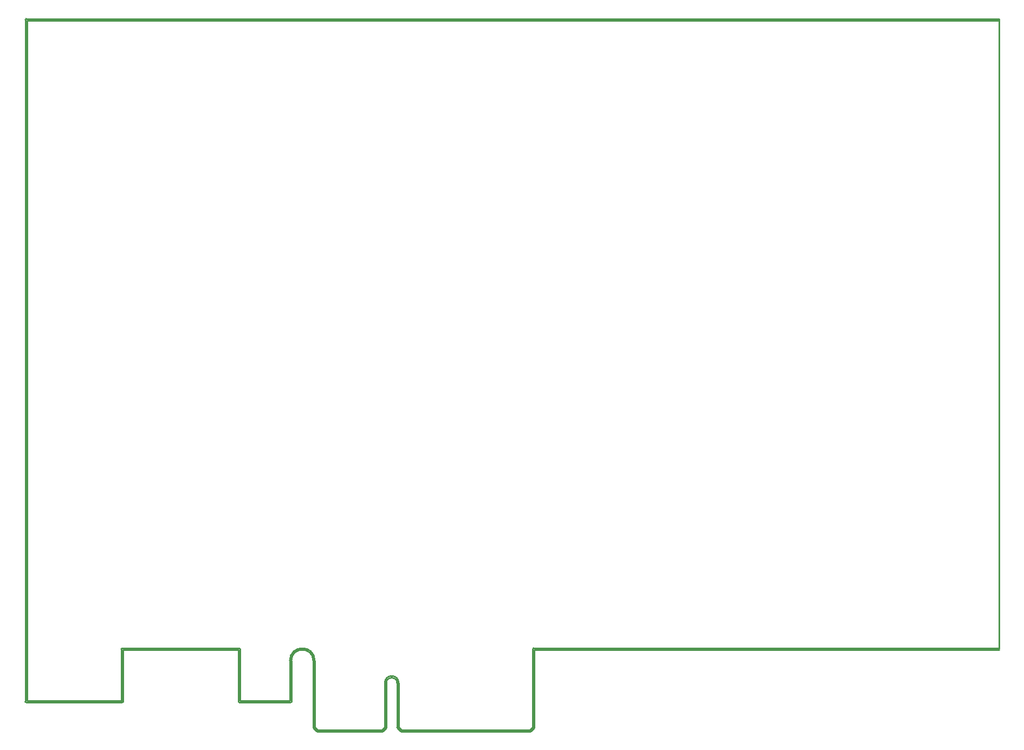
<source format=gbr>
G04*
G04 #@! TF.GenerationSoftware,Altium Limited,Altium Designer,23.7.1 (13)*
G04*
G04 Layer_Color=8388736*
%FSLAX25Y25*%
%MOIN*%
G70*
G04*
G04 #@! TF.SameCoordinates,27D51526-8311-448D-B6E4-34D2AC34C314*
G04*
G04*
G04 #@! TF.FilePolarity,Positive*
G04*
G01*
G75*
%ADD14C,0.01000*%
D14*
X283661Y-364509D02*
G03*
X283161Y-365009I0J-500D01*
G01*
X283661Y-364509D02*
G03*
X283161Y-365009I0J-500D01*
G01*
X200697Y-385876D02*
G03*
X192216Y-385876I-4240J0D01*
G01*
X199697D02*
G03*
X193217Y-385876I-3240J0D01*
G01*
X284013Y-413593D02*
G03*
X284161Y-413238I-352J355D01*
G01*
X284015Y-413591D02*
G03*
X284161Y-413238I-354J354D01*
G01*
X201810Y-415558D02*
G03*
X202165Y-415706I355J352D01*
G01*
X281693D02*
G03*
X282047Y-415560I0J500D01*
G01*
X281693Y-415706D02*
G03*
X282048Y-415558I0J500D01*
G01*
X201812Y-415560D02*
G03*
X202165Y-415706I354J354D01*
G01*
X199697Y-413238D02*
G03*
X199843Y-413591I500J0D01*
G01*
X199697Y-413238D02*
G03*
X199845Y-413593I500J0D01*
G01*
X193069D02*
G03*
X193217Y-413238I-352J355D01*
G01*
X193070Y-413591D02*
G03*
X193217Y-413238I-354J354D01*
G01*
X190748Y-415706D02*
G03*
X191102Y-415560I0J500D01*
G01*
X190748Y-415706D02*
G03*
X191103Y-415558I0J500D01*
G01*
X149122Y-372191D02*
G03*
X133752Y-372195I-7685J-3D01*
G01*
X149122D02*
G03*
X149122Y-372191I-7685J0D01*
G01*
X149122Y-372195D02*
G03*
X149122Y-372191I-500J0D01*
G01*
X148122Y-372195D02*
G03*
X134752Y-372195I-6685J0D01*
G01*
X103256Y-365009D02*
G03*
X102756Y-364509I-500J0D01*
G01*
X148122Y-372195D02*
G03*
X148122Y-372198I500J0D01*
G01*
X103256Y-365009D02*
G03*
X102756Y-364509I-500J0D01*
G01*
X30512D02*
G03*
X30012Y-365009I0J-500D01*
G01*
X-28543Y22892D02*
G03*
X-29043Y22392I0J-500D01*
G01*
X-28543Y22892D02*
G03*
X-29043Y22392I0J-500D01*
G01*
X30512Y-364509D02*
G03*
X30012Y-365009I0J-500D01*
G01*
X148122Y-413238D02*
G03*
X148268Y-413591I500J0D01*
G01*
X134252Y-397990D02*
G03*
X134752Y-397490I0J500D01*
G01*
X134252Y-397990D02*
G03*
X134752Y-397490I0J500D01*
G01*
X150237Y-415560D02*
G03*
X150591Y-415706I354J354D01*
G01*
X148122Y-413238D02*
G03*
X148270Y-413593I500J0D01*
G01*
X150235Y-415558D02*
G03*
X150591Y-415706I355J352D01*
G01*
X102256Y-397490D02*
G03*
X102756Y-397990I500J0D01*
G01*
X-29043Y-397490D02*
G03*
X-28543Y-397990I500J0D01*
G01*
X102256Y-397490D02*
G03*
X102756Y-397990I500J0D01*
G01*
X30512D02*
G03*
X31012Y-397490I0J500D01*
G01*
X-29043D02*
G03*
X-28543Y-397990I500J0D01*
G01*
X30512D02*
G03*
X31012Y-397490I0J500D01*
G01*
X30512Y-364509D02*
X102756D01*
X-28043Y-396990D02*
X30012D01*
Y-365009D01*
X-28043Y-396990D02*
Y21892D01*
X570000Y21892D01*
X-28543Y22892D02*
X570000Y22892D01*
Y-365009D02*
Y22392D01*
Y-364509D02*
Y21892D01*
X284161Y-413238D02*
Y-365510D01*
X570000D01*
X283661Y-364509D02*
X570000D01*
X283161Y-413031D02*
Y-365009D01*
X200697Y-413031D02*
Y-385876D01*
X193217Y-413238D02*
Y-385876D01*
X192216Y-413031D02*
Y-385876D01*
X284013Y-413593D02*
X284015Y-413591D01*
X282048Y-415558D02*
X284013Y-413593D01*
X282047Y-415560D02*
X282048Y-415558D01*
X281486Y-414706D02*
X283161Y-413031D01*
X200697D02*
X202373Y-414706D01*
X202165Y-415706D02*
X281693D01*
X202373Y-414706D02*
X281486D01*
X199697Y-413238D02*
Y-385876D01*
X190541Y-414706D02*
X192216Y-413031D01*
X193069Y-413593D02*
X193070Y-413591D01*
X191103Y-415558D02*
X193069Y-413593D01*
X191102Y-415560D02*
X191103Y-415558D01*
X199843Y-413591D02*
X199845Y-413593D01*
X201810Y-415558D01*
X201812Y-415560D01*
X134752Y-397490D02*
Y-372195D01*
X103256Y-396990D02*
X133752D01*
Y-372195D01*
X-29043Y-397490D02*
Y22392D01*
X31012Y-365510D02*
X102256D01*
X103256Y-396990D02*
Y-365009D01*
X149122Y-372195D02*
X149122Y-413031D01*
X150798Y-414706D01*
X148122Y-372198D02*
Y-372195D01*
Y-372198D02*
X148122Y-413238D01*
X150591Y-415706D02*
X190748D01*
X150798Y-414706D02*
X190541D01*
X148268Y-413591D02*
X148270Y-413593D01*
X150235Y-415558D01*
X150237Y-415560D01*
X102256Y-397490D02*
Y-365510D01*
X31012Y-397490D02*
Y-365510D01*
X102756Y-397990D02*
X134252D01*
X-28543D02*
X30512D01*
M02*

</source>
